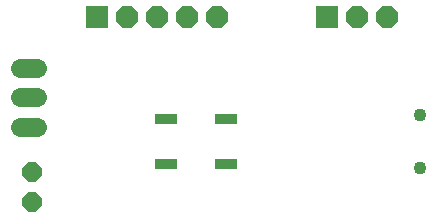
<source format=gbr>
G04 EAGLE Gerber RS-274X export*
G75*
%MOMM*%
%FSLAX34Y34*%
%LPD*%
%INSoldermask Bottom*%
%IPPOS*%
%AMOC8*
5,1,8,0,0,1.08239X$1,22.5*%
G01*
%ADD10C,1.625600*%
%ADD11R,1.828800X1.828800*%
%ADD12P,1.979475X8X112.500000*%
%ADD13C,1.103200*%
%ADD14R,1.854200X0.965200*%
%ADD15P,1.759533X8X292.500000*%


D10*
X215634Y330212D02*
X229858Y330212D01*
X229858Y305212D02*
X215634Y305212D01*
X215634Y355212D02*
X229858Y355212D01*
D11*
X280416Y398272D03*
D12*
X305816Y398272D03*
X331216Y398272D03*
X356616Y398272D03*
X382016Y398272D03*
D11*
X475488Y398272D03*
D12*
X500888Y398272D03*
X526288Y398272D03*
D13*
X554268Y270108D03*
X554268Y315108D03*
D14*
X339344Y273558D03*
X390144Y273558D03*
X339344Y311658D03*
X390144Y311658D03*
D15*
X225806Y266700D03*
X225806Y241300D03*
M02*

</source>
